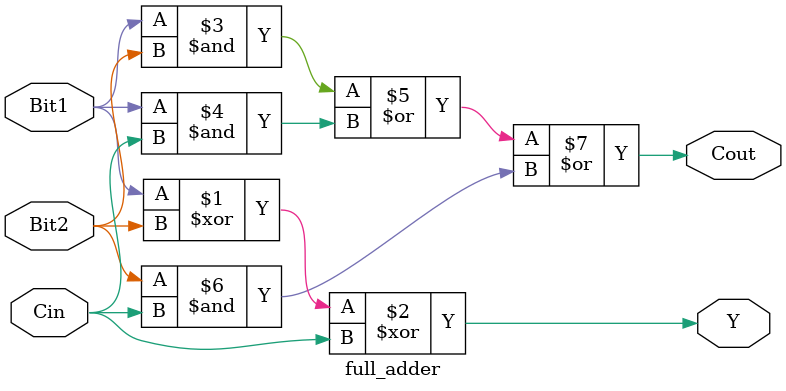
<source format=v>
`timescale 1ns / 1ps
module full_adder(
    input Bit1,Bit2,Cin,
    output Y,Cout
);
    
    assign Y = Bit1 ^ Bit2 ^ Cin;
    assign Cout = (Bit1 & Bit2) | ( Bit1 & Cin) | (Bit2 & Cin);
    
    
endmodule

</source>
